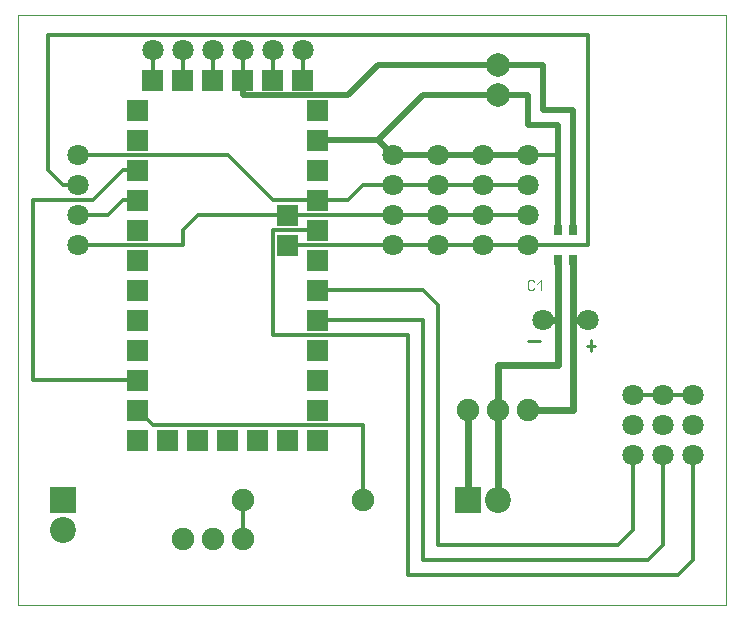
<source format=gbr>
%FSLAX34Y34*%
%MOMM*%
%LNSILK_TOP*%
G71*
G01*
%ADD10C, 0.00*%
%ADD11C, 0.30*%
%ADD12C, 1.80*%
%ADD13C, 0.50*%
%ADD14C, 2.00*%
%ADD15R, 0.50X0.90*%
%ADD16R, 0.80X0.90*%
%ADD17C, 0.60*%
%ADD18C, 1.90*%
%ADD19C, 0.11*%
%ADD20C, 0.22*%
%ADD21C, 2.20*%
%ADD22C, 1.90*%
%LPD*%
G54D10*
X0Y500000D02*
X600000Y500000D01*
X600000Y0D01*
X0Y0D01*
X0Y500000D01*
G36*
X94100Y426600D02*
X109100Y426600D01*
X109100Y411600D01*
X94100Y411600D01*
X94100Y426600D01*
G37*
G36*
X94100Y401200D02*
X109100Y401200D01*
X109100Y386200D01*
X94100Y386200D01*
X94100Y401200D01*
G37*
G36*
X94100Y375800D02*
X109100Y375800D01*
X109100Y360800D01*
X94100Y360800D01*
X94100Y375800D01*
G37*
G36*
X94100Y350400D02*
X109100Y350400D01*
X109100Y335400D01*
X94100Y335400D01*
X94100Y350400D01*
G37*
G36*
X94100Y325000D02*
X109100Y325000D01*
X109100Y310000D01*
X94100Y310000D01*
X94100Y325000D01*
G37*
G36*
X94100Y299600D02*
X109100Y299600D01*
X109100Y284600D01*
X94100Y284600D01*
X94100Y299600D01*
G37*
G36*
X94100Y274200D02*
X109100Y274200D01*
X109100Y259200D01*
X94100Y259200D01*
X94100Y274200D01*
G37*
G36*
X94100Y248800D02*
X109100Y248800D01*
X109100Y233800D01*
X94100Y233800D01*
X94100Y248800D01*
G37*
G36*
X94100Y223400D02*
X109100Y223400D01*
X109100Y208400D01*
X94100Y208400D01*
X94100Y223400D01*
G37*
G36*
X94100Y198000D02*
X109100Y198000D01*
X109100Y183000D01*
X94100Y183000D01*
X94100Y198000D01*
G37*
G36*
X94100Y172600D02*
X109100Y172600D01*
X109100Y157600D01*
X94100Y157600D01*
X94100Y172600D01*
G37*
G36*
X94100Y147200D02*
X109100Y147200D01*
X109100Y132200D01*
X94100Y132200D01*
X94100Y147200D01*
G37*
G36*
X119500Y147200D02*
X134500Y147200D01*
X134500Y132200D01*
X119500Y132200D01*
X119500Y147200D01*
G37*
G36*
X106800Y452000D02*
X121800Y452000D01*
X121800Y437000D01*
X106800Y437000D01*
X106800Y452000D01*
G37*
G36*
X132200Y452000D02*
X147200Y452000D01*
X147200Y437000D01*
X132200Y437000D01*
X132200Y452000D01*
G37*
G36*
X157600Y452000D02*
X172600Y452000D01*
X172600Y437000D01*
X157600Y437000D01*
X157600Y452000D01*
G37*
G36*
X183000Y452000D02*
X198000Y452000D01*
X198000Y437000D01*
X183000Y437000D01*
X183000Y452000D01*
G37*
G36*
X208400Y452000D02*
X223400Y452000D01*
X223400Y437000D01*
X208400Y437000D01*
X208400Y452000D01*
G37*
G36*
X233800Y452000D02*
X248800Y452000D01*
X248800Y437000D01*
X233800Y437000D01*
X233800Y452000D01*
G37*
G36*
X246500Y426600D02*
X261500Y426600D01*
X261500Y411600D01*
X246500Y411600D01*
X246500Y426600D01*
G37*
G36*
X246500Y401200D02*
X261500Y401200D01*
X261500Y386200D01*
X246500Y386200D01*
X246500Y401200D01*
G37*
G36*
X246500Y375800D02*
X261500Y375800D01*
X261500Y360800D01*
X246500Y360800D01*
X246500Y375800D01*
G37*
G36*
X246500Y350400D02*
X261500Y350400D01*
X261500Y335400D01*
X246500Y335400D01*
X246500Y350400D01*
G37*
G36*
X246500Y325000D02*
X261500Y325000D01*
X261500Y310000D01*
X246500Y310000D01*
X246500Y325000D01*
G37*
G36*
X246500Y299600D02*
X261500Y299600D01*
X261500Y284600D01*
X246500Y284600D01*
X246500Y299600D01*
G37*
G36*
X246500Y274200D02*
X261500Y274200D01*
X261500Y259200D01*
X246500Y259200D01*
X246500Y274200D01*
G37*
G36*
X246500Y248800D02*
X261500Y248800D01*
X261500Y233800D01*
X246500Y233800D01*
X246500Y248800D01*
G37*
G36*
X246500Y223400D02*
X261500Y223400D01*
X261500Y208400D01*
X246500Y208400D01*
X246500Y223400D01*
G37*
G36*
X246500Y198000D02*
X261500Y198000D01*
X261500Y183000D01*
X246500Y183000D01*
X246500Y198000D01*
G37*
G36*
X246500Y172600D02*
X261500Y172600D01*
X261500Y157600D01*
X246500Y157600D01*
X246500Y172600D01*
G37*
G36*
X246500Y147200D02*
X261500Y147200D01*
X261500Y132200D01*
X246500Y132200D01*
X246500Y147200D01*
G37*
G36*
X221100Y147200D02*
X236100Y147200D01*
X236100Y132200D01*
X221100Y132200D01*
X221100Y147200D01*
G37*
G36*
X195700Y147200D02*
X210700Y147200D01*
X210700Y132200D01*
X195700Y132200D01*
X195700Y147200D01*
G37*
G36*
X170300Y147200D02*
X185300Y147200D01*
X185300Y132200D01*
X170300Y132200D01*
X170300Y147200D01*
G37*
G36*
X144900Y147200D02*
X159900Y147200D01*
X159900Y132200D01*
X144900Y132200D01*
X144900Y147200D01*
G37*
G36*
X221100Y337700D02*
X236100Y337700D01*
X236100Y322700D01*
X221100Y322700D01*
X221100Y337700D01*
G37*
G36*
X221100Y312300D02*
X236100Y312300D01*
X236100Y297300D01*
X221100Y297300D01*
X221100Y312300D01*
G37*
G54D11*
X254000Y342900D02*
X215900Y342900D01*
X177800Y381000D01*
X50800Y381000D01*
G54D11*
X228600Y304800D02*
X482600Y304800D01*
X482600Y482600D01*
G54D11*
X101600Y342900D02*
X88900Y342900D01*
X76200Y330200D01*
X50800Y330200D01*
G54D11*
X228600Y330200D02*
X152400Y330200D01*
X139700Y317500D01*
X139700Y304800D01*
X50800Y304800D01*
X50800Y381000D02*
G54D12*
D03*
X50800Y355600D02*
G54D12*
D03*
X50800Y330200D02*
G54D12*
D03*
X50800Y304800D02*
G54D12*
D03*
G54D11*
X228600Y330200D02*
X431800Y330200D01*
G54D13*
X254000Y393700D02*
X304800Y393700D01*
X317500Y381000D01*
X431800Y381000D01*
G54D11*
X254000Y342900D02*
X279400Y342900D01*
X292100Y355600D01*
X431800Y355600D01*
X431800Y304800D02*
G54D12*
D03*
X431800Y330200D02*
G54D12*
D03*
X431800Y355600D02*
G54D12*
D03*
X431800Y381000D02*
G54D12*
D03*
X393700Y381000D02*
G54D12*
D03*
X393700Y355600D02*
G54D12*
D03*
X393700Y330200D02*
G54D12*
D03*
X393700Y304800D02*
G54D12*
D03*
X355600Y304800D02*
G54D12*
D03*
X355600Y330200D02*
G54D12*
D03*
X355600Y355600D02*
G54D12*
D03*
X355600Y381000D02*
G54D12*
D03*
X317500Y381000D02*
G54D12*
D03*
X317500Y355600D02*
G54D12*
D03*
X317500Y330200D02*
G54D12*
D03*
X317500Y304800D02*
G54D12*
D03*
G54D11*
X114300Y444500D02*
X114300Y457200D01*
G54D11*
X139700Y444500D02*
X139700Y457200D01*
G54D11*
X165100Y444500D02*
X165100Y457200D01*
G54D11*
X190500Y444500D02*
X190500Y457200D01*
G54D11*
X215900Y444500D02*
X215900Y457200D01*
G54D11*
X241300Y444500D02*
X241300Y457200D01*
X114300Y469900D02*
G54D12*
D03*
X139700Y469900D02*
G54D12*
D03*
X165100Y469900D02*
G54D12*
D03*
X190500Y469900D02*
G54D12*
D03*
X215900Y469900D02*
G54D12*
D03*
X241300Y469900D02*
G54D12*
D03*
G54D11*
X114300Y444500D02*
X114300Y469900D01*
G54D11*
X139700Y444500D02*
X139700Y469900D01*
G54D11*
X165100Y444500D02*
X165100Y469900D01*
G54D11*
X190500Y444500D02*
X190500Y469900D01*
G54D11*
X215900Y444500D02*
X215900Y469900D01*
G54D11*
X241300Y444500D02*
X241300Y469900D01*
G54D11*
X101600Y368300D02*
X88900Y368300D01*
X63500Y342900D01*
X12700Y342900D01*
X12700Y190500D01*
X101600Y190500D01*
G54D13*
X279400Y393700D02*
X304800Y393700D01*
X342900Y431800D01*
X368300Y431800D01*
G54D13*
X190500Y444500D02*
X190500Y431800D01*
X279400Y431800D01*
X304800Y457200D01*
X368300Y457200D01*
G54D13*
X368300Y457200D02*
X406400Y457200D01*
G54D13*
X355600Y431800D02*
X406400Y431800D01*
X406400Y457200D02*
G54D14*
D03*
X406400Y431800D02*
G54D14*
D03*
G54D13*
X406400Y457200D02*
X444500Y457200D01*
X444500Y419100D01*
X469900Y419100D01*
X469900Y317500D01*
G54D13*
X469900Y292100D02*
X469900Y241300D01*
G54D13*
X406400Y431800D02*
X431800Y431800D01*
X431800Y406400D01*
X457200Y406400D01*
X457200Y317500D01*
G54D13*
X457200Y292100D02*
X457200Y241300D01*
X457200Y317500D02*
G54D15*
D03*
X469900Y317500D02*
G54D16*
D03*
X457200Y317500D02*
G54D16*
D03*
X457200Y292100D02*
G54D16*
D03*
X469900Y292100D02*
G54D16*
D03*
G54D11*
X431800Y381000D02*
X457200Y381000D01*
G54D17*
X457200Y241300D02*
X457200Y203200D01*
X406400Y203200D01*
X406400Y165100D01*
G54D17*
X469900Y241300D02*
X469900Y165100D01*
X431800Y165100D01*
G54D17*
X381000Y165100D02*
X381000Y88900D01*
G54D17*
X406400Y165100D02*
X406400Y88900D01*
X381000Y165100D02*
G54D18*
D03*
X406400Y165100D02*
G54D18*
D03*
X431800Y165100D02*
G54D18*
D03*
G54D17*
X457200Y241300D02*
X444500Y241300D01*
G54D17*
X457200Y292100D02*
X457200Y241300D01*
G54D17*
X469900Y292100D02*
X469900Y241300D01*
G54D17*
X469900Y241300D02*
X482600Y241300D01*
X444500Y241300D02*
G54D12*
D03*
X482600Y241300D02*
G54D12*
D03*
G54D19*
X437133Y268367D02*
X436467Y267256D01*
X435133Y266700D01*
X433800Y266700D01*
X432467Y267256D01*
X431800Y268367D01*
X431800Y273922D01*
X432467Y275033D01*
X433800Y275589D01*
X435133Y275589D01*
X436467Y275033D01*
X437133Y273922D01*
G54D19*
X439577Y272256D02*
X442910Y275589D01*
X442910Y266700D01*
G54D20*
X481710Y219789D02*
X488822Y219789D01*
G54D20*
X485266Y224234D02*
X485266Y215345D01*
G54D20*
X431800Y223678D02*
X442467Y223678D01*
G36*
X49100Y99900D02*
X49100Y77900D01*
X27100Y77900D01*
X27100Y99900D01*
X49100Y99900D01*
G37*
X38100Y63500D02*
G54D21*
D03*
X190500Y55900D02*
G54D18*
D03*
X165100Y55900D02*
G54D18*
D03*
X139700Y55900D02*
G54D18*
D03*
X190500Y88900D02*
G54D22*
D03*
X292100Y88900D02*
G54D22*
D03*
G54D11*
X254000Y317500D02*
X215900Y317500D01*
X215900Y228600D01*
X330200Y228600D01*
X330200Y25400D01*
X558800Y25400D01*
X571500Y38100D01*
X571500Y114300D01*
X406400Y457200D02*
G54D12*
D03*
X406400Y431800D02*
G54D12*
D03*
X571500Y177800D02*
G54D12*
D03*
X571500Y152400D02*
G54D12*
D03*
X38100Y88900D02*
G54D12*
D03*
X38100Y63500D02*
G54D12*
D03*
X139700Y55900D02*
G54D12*
D03*
X165100Y55900D02*
G54D12*
D03*
X190500Y55900D02*
G54D12*
D03*
G54D11*
X190500Y55900D02*
X190500Y88900D01*
G54D11*
X292100Y88900D02*
X292100Y152400D01*
X114300Y152400D01*
X101600Y165100D01*
X431800Y381000D02*
G54D12*
D03*
X431800Y381000D02*
G54D12*
D03*
X431800Y355600D02*
G54D12*
D03*
X431800Y330200D02*
G54D12*
D03*
X431800Y304800D02*
G54D12*
D03*
X444500Y241300D02*
G54D12*
D03*
X482600Y241300D02*
G54D12*
D03*
X393700Y304800D02*
G54D12*
D03*
X393700Y330200D02*
G54D12*
D03*
X393700Y355600D02*
G54D12*
D03*
X393700Y381000D02*
G54D12*
D03*
X355600Y381000D02*
G54D12*
D03*
X355600Y355600D02*
G54D12*
D03*
X355600Y330200D02*
G54D12*
D03*
X355600Y304800D02*
G54D12*
D03*
X317500Y304800D02*
G54D12*
D03*
X317500Y330200D02*
G54D12*
D03*
X317500Y355600D02*
G54D12*
D03*
X317500Y381000D02*
G54D12*
D03*
G36*
X245000Y428100D02*
X263000Y428100D01*
X263000Y410100D01*
X245000Y410100D01*
X245000Y428100D01*
G37*
G36*
X245000Y402700D02*
X263000Y402700D01*
X263000Y384700D01*
X245000Y384700D01*
X245000Y402700D01*
G37*
G36*
X245000Y377300D02*
X263000Y377300D01*
X263000Y359300D01*
X245000Y359300D01*
X245000Y377300D01*
G37*
G36*
X245000Y351900D02*
X263000Y351900D01*
X263000Y333900D01*
X245000Y333900D01*
X245000Y351900D01*
G37*
G36*
X245000Y326500D02*
X263000Y326500D01*
X263000Y308500D01*
X245000Y308500D01*
X245000Y326500D01*
G37*
G36*
X219600Y339200D02*
X237600Y339200D01*
X237600Y321200D01*
X219600Y321200D01*
X219600Y339200D01*
G37*
G36*
X219600Y313800D02*
X237600Y313800D01*
X237600Y295800D01*
X219600Y295800D01*
X219600Y313800D01*
G37*
G36*
X245000Y301100D02*
X263000Y301100D01*
X263000Y283100D01*
X245000Y283100D01*
X245000Y301100D01*
G37*
G36*
X245000Y275700D02*
X263000Y275700D01*
X263000Y257700D01*
X245000Y257700D01*
X245000Y275700D01*
G37*
G36*
X245000Y250300D02*
X263000Y250300D01*
X263000Y232300D01*
X245000Y232300D01*
X245000Y250300D01*
G37*
G36*
X245000Y224900D02*
X263000Y224900D01*
X263000Y206900D01*
X245000Y206900D01*
X245000Y224900D01*
G37*
G36*
X245000Y199500D02*
X263000Y199500D01*
X263000Y181500D01*
X245000Y181500D01*
X245000Y199500D01*
G37*
G36*
X245000Y174100D02*
X263000Y174100D01*
X263000Y156100D01*
X245000Y156100D01*
X245000Y174100D01*
G37*
G36*
X245000Y148700D02*
X263000Y148700D01*
X263000Y130700D01*
X245000Y130700D01*
X245000Y148700D01*
G37*
G36*
X219600Y148700D02*
X237600Y148700D01*
X237600Y130700D01*
X219600Y130700D01*
X219600Y148700D01*
G37*
G36*
X194200Y148700D02*
X212200Y148700D01*
X212200Y130700D01*
X194200Y130700D01*
X194200Y148700D01*
G37*
G36*
X168800Y148700D02*
X186800Y148700D01*
X186800Y130700D01*
X168800Y130700D01*
X168800Y148700D01*
G37*
G36*
X143400Y148700D02*
X161400Y148700D01*
X161400Y130700D01*
X143400Y130700D01*
X143400Y148700D01*
G37*
G36*
X118000Y148700D02*
X136000Y148700D01*
X136000Y130700D01*
X118000Y130700D01*
X118000Y148700D01*
G37*
G36*
X92600Y148700D02*
X110600Y148700D01*
X110600Y130700D01*
X92600Y130700D01*
X92600Y148700D01*
G37*
G36*
X92600Y174100D02*
X110600Y174100D01*
X110600Y156100D01*
X92600Y156100D01*
X92600Y174100D01*
G37*
G36*
X92600Y199500D02*
X110600Y199500D01*
X110600Y181500D01*
X92600Y181500D01*
X92600Y199500D01*
G37*
G36*
X92600Y224900D02*
X110600Y224900D01*
X110600Y206900D01*
X92600Y206900D01*
X92600Y224900D01*
G37*
G36*
X92600Y250300D02*
X110600Y250300D01*
X110600Y232300D01*
X92600Y232300D01*
X92600Y250300D01*
G37*
G36*
X92600Y275700D02*
X110600Y275700D01*
X110600Y257700D01*
X92600Y257700D01*
X92600Y275700D01*
G37*
G36*
X92600Y301100D02*
X110600Y301100D01*
X110600Y283100D01*
X92600Y283100D01*
X92600Y301100D01*
G37*
G36*
X92600Y326500D02*
X110600Y326500D01*
X110600Y308500D01*
X92600Y308500D01*
X92600Y326500D01*
G37*
G36*
X92600Y351900D02*
X110600Y351900D01*
X110600Y333900D01*
X92600Y333900D01*
X92600Y351900D01*
G37*
G36*
X92600Y377300D02*
X110600Y377300D01*
X110600Y359300D01*
X92600Y359300D01*
X92600Y377300D01*
G37*
G36*
X92600Y402700D02*
X110600Y402700D01*
X110600Y384700D01*
X92600Y384700D01*
X92600Y402700D01*
G37*
G36*
X92600Y428100D02*
X110600Y428100D01*
X110600Y410100D01*
X92600Y410100D01*
X92600Y428100D01*
G37*
G36*
X105300Y453500D02*
X123300Y453500D01*
X123300Y435500D01*
X105300Y435500D01*
X105300Y453500D01*
G37*
G36*
X130700Y453500D02*
X148700Y453500D01*
X148700Y435500D01*
X130700Y435500D01*
X130700Y453500D01*
G37*
G36*
X156100Y453500D02*
X174100Y453500D01*
X174100Y435500D01*
X156100Y435500D01*
X156100Y453500D01*
G37*
G36*
X181500Y453500D02*
X199500Y453500D01*
X199500Y435500D01*
X181500Y435500D01*
X181500Y453500D01*
G37*
G36*
X206900Y453500D02*
X224900Y453500D01*
X224900Y435500D01*
X206900Y435500D01*
X206900Y453500D01*
G37*
G36*
X232300Y453500D02*
X250300Y453500D01*
X250300Y435500D01*
X232300Y435500D01*
X232300Y453500D01*
G37*
G36*
X29100Y97900D02*
X47100Y97900D01*
X47100Y79900D01*
X29100Y79900D01*
X29100Y97900D01*
G37*
G54D11*
X571500Y114300D02*
X571500Y127000D01*
X571500Y127000D02*
G54D12*
D03*
G54D11*
X254000Y241300D02*
X342900Y241300D01*
X342900Y38100D01*
X533400Y38100D01*
X546100Y50800D01*
X546100Y127000D01*
X546100Y127000D02*
G54D12*
D03*
X546100Y152400D02*
G54D12*
D03*
X546100Y177800D02*
G54D12*
D03*
X520700Y127000D02*
G54D12*
D03*
X520700Y152400D02*
G54D12*
D03*
X520700Y177800D02*
G54D12*
D03*
G54D11*
X254000Y266700D02*
X342900Y266700D01*
X355600Y254000D01*
X355600Y50800D01*
X508000Y50800D01*
X520700Y63500D01*
X520700Y127000D01*
G36*
X370000Y99900D02*
X392000Y99900D01*
X392000Y77900D01*
X370000Y77900D01*
X370000Y99900D01*
G37*
X406400Y88900D02*
G54D21*
D03*
G54D11*
X520700Y177800D02*
X546100Y177800D01*
X571500Y177800D01*
G54D11*
X50800Y355600D02*
X38100Y355600D01*
X25400Y368300D01*
X25400Y482600D01*
X482600Y482600D01*
M02*

</source>
